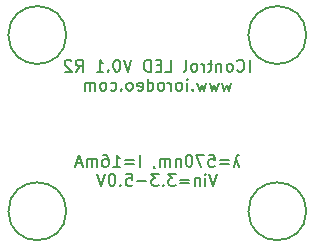
<source format=gbo>
%TF.GenerationSoftware,KiCad,Pcbnew,7.0.10-7.0.10~ubuntu22.04.1*%
%TF.CreationDate,2024-03-15T17:51:27-07:00*%
%TF.ProjectId,570nm_16mA,3537306e-6d5f-4313-966d-412e6b696361,rev?*%
%TF.SameCoordinates,Original*%
%TF.FileFunction,Legend,Bot*%
%TF.FilePolarity,Positive*%
%FSLAX46Y46*%
G04 Gerber Fmt 4.6, Leading zero omitted, Abs format (unit mm)*
G04 Created by KiCad (PCBNEW 7.0.10-7.0.10~ubuntu22.04.1) date 2024-03-15 17:51:27*
%MOMM*%
%LPD*%
G01*
G04 APERTURE LIST*
%ADD10C,0.150000*%
G04 APERTURE END LIST*
D10*
X70509524Y-55634819D02*
X70509524Y-54634819D01*
X69461906Y-55539580D02*
X69509525Y-55587200D01*
X69509525Y-55587200D02*
X69652382Y-55634819D01*
X69652382Y-55634819D02*
X69747620Y-55634819D01*
X69747620Y-55634819D02*
X69890477Y-55587200D01*
X69890477Y-55587200D02*
X69985715Y-55491961D01*
X69985715Y-55491961D02*
X70033334Y-55396723D01*
X70033334Y-55396723D02*
X70080953Y-55206247D01*
X70080953Y-55206247D02*
X70080953Y-55063390D01*
X70080953Y-55063390D02*
X70033334Y-54872914D01*
X70033334Y-54872914D02*
X69985715Y-54777676D01*
X69985715Y-54777676D02*
X69890477Y-54682438D01*
X69890477Y-54682438D02*
X69747620Y-54634819D01*
X69747620Y-54634819D02*
X69652382Y-54634819D01*
X69652382Y-54634819D02*
X69509525Y-54682438D01*
X69509525Y-54682438D02*
X69461906Y-54730057D01*
X68890477Y-55634819D02*
X68985715Y-55587200D01*
X68985715Y-55587200D02*
X69033334Y-55539580D01*
X69033334Y-55539580D02*
X69080953Y-55444342D01*
X69080953Y-55444342D02*
X69080953Y-55158628D01*
X69080953Y-55158628D02*
X69033334Y-55063390D01*
X69033334Y-55063390D02*
X68985715Y-55015771D01*
X68985715Y-55015771D02*
X68890477Y-54968152D01*
X68890477Y-54968152D02*
X68747620Y-54968152D01*
X68747620Y-54968152D02*
X68652382Y-55015771D01*
X68652382Y-55015771D02*
X68604763Y-55063390D01*
X68604763Y-55063390D02*
X68557144Y-55158628D01*
X68557144Y-55158628D02*
X68557144Y-55444342D01*
X68557144Y-55444342D02*
X68604763Y-55539580D01*
X68604763Y-55539580D02*
X68652382Y-55587200D01*
X68652382Y-55587200D02*
X68747620Y-55634819D01*
X68747620Y-55634819D02*
X68890477Y-55634819D01*
X68128572Y-54968152D02*
X68128572Y-55634819D01*
X68128572Y-55063390D02*
X68080953Y-55015771D01*
X68080953Y-55015771D02*
X67985715Y-54968152D01*
X67985715Y-54968152D02*
X67842858Y-54968152D01*
X67842858Y-54968152D02*
X67747620Y-55015771D01*
X67747620Y-55015771D02*
X67700001Y-55111009D01*
X67700001Y-55111009D02*
X67700001Y-55634819D01*
X67366667Y-54968152D02*
X66985715Y-54968152D01*
X67223810Y-54634819D02*
X67223810Y-55491961D01*
X67223810Y-55491961D02*
X67176191Y-55587200D01*
X67176191Y-55587200D02*
X67080953Y-55634819D01*
X67080953Y-55634819D02*
X66985715Y-55634819D01*
X66652381Y-55634819D02*
X66652381Y-54968152D01*
X66652381Y-55158628D02*
X66604762Y-55063390D01*
X66604762Y-55063390D02*
X66557143Y-55015771D01*
X66557143Y-55015771D02*
X66461905Y-54968152D01*
X66461905Y-54968152D02*
X66366667Y-54968152D01*
X65890476Y-55634819D02*
X65985714Y-55587200D01*
X65985714Y-55587200D02*
X66033333Y-55539580D01*
X66033333Y-55539580D02*
X66080952Y-55444342D01*
X66080952Y-55444342D02*
X66080952Y-55158628D01*
X66080952Y-55158628D02*
X66033333Y-55063390D01*
X66033333Y-55063390D02*
X65985714Y-55015771D01*
X65985714Y-55015771D02*
X65890476Y-54968152D01*
X65890476Y-54968152D02*
X65747619Y-54968152D01*
X65747619Y-54968152D02*
X65652381Y-55015771D01*
X65652381Y-55015771D02*
X65604762Y-55063390D01*
X65604762Y-55063390D02*
X65557143Y-55158628D01*
X65557143Y-55158628D02*
X65557143Y-55444342D01*
X65557143Y-55444342D02*
X65604762Y-55539580D01*
X65604762Y-55539580D02*
X65652381Y-55587200D01*
X65652381Y-55587200D02*
X65747619Y-55634819D01*
X65747619Y-55634819D02*
X65890476Y-55634819D01*
X64985714Y-55634819D02*
X65080952Y-55587200D01*
X65080952Y-55587200D02*
X65128571Y-55491961D01*
X65128571Y-55491961D02*
X65128571Y-54634819D01*
X63366666Y-55634819D02*
X63842856Y-55634819D01*
X63842856Y-55634819D02*
X63842856Y-54634819D01*
X63033332Y-55111009D02*
X62699999Y-55111009D01*
X62557142Y-55634819D02*
X63033332Y-55634819D01*
X63033332Y-55634819D02*
X63033332Y-54634819D01*
X63033332Y-54634819D02*
X62557142Y-54634819D01*
X62128570Y-55634819D02*
X62128570Y-54634819D01*
X62128570Y-54634819D02*
X61890475Y-54634819D01*
X61890475Y-54634819D02*
X61747618Y-54682438D01*
X61747618Y-54682438D02*
X61652380Y-54777676D01*
X61652380Y-54777676D02*
X61604761Y-54872914D01*
X61604761Y-54872914D02*
X61557142Y-55063390D01*
X61557142Y-55063390D02*
X61557142Y-55206247D01*
X61557142Y-55206247D02*
X61604761Y-55396723D01*
X61604761Y-55396723D02*
X61652380Y-55491961D01*
X61652380Y-55491961D02*
X61747618Y-55587200D01*
X61747618Y-55587200D02*
X61890475Y-55634819D01*
X61890475Y-55634819D02*
X62128570Y-55634819D01*
X60509522Y-54634819D02*
X60176189Y-55634819D01*
X60176189Y-55634819D02*
X59842856Y-54634819D01*
X59319046Y-54634819D02*
X59223808Y-54634819D01*
X59223808Y-54634819D02*
X59128570Y-54682438D01*
X59128570Y-54682438D02*
X59080951Y-54730057D01*
X59080951Y-54730057D02*
X59033332Y-54825295D01*
X59033332Y-54825295D02*
X58985713Y-55015771D01*
X58985713Y-55015771D02*
X58985713Y-55253866D01*
X58985713Y-55253866D02*
X59033332Y-55444342D01*
X59033332Y-55444342D02*
X59080951Y-55539580D01*
X59080951Y-55539580D02*
X59128570Y-55587200D01*
X59128570Y-55587200D02*
X59223808Y-55634819D01*
X59223808Y-55634819D02*
X59319046Y-55634819D01*
X59319046Y-55634819D02*
X59414284Y-55587200D01*
X59414284Y-55587200D02*
X59461903Y-55539580D01*
X59461903Y-55539580D02*
X59509522Y-55444342D01*
X59509522Y-55444342D02*
X59557141Y-55253866D01*
X59557141Y-55253866D02*
X59557141Y-55015771D01*
X59557141Y-55015771D02*
X59509522Y-54825295D01*
X59509522Y-54825295D02*
X59461903Y-54730057D01*
X59461903Y-54730057D02*
X59414284Y-54682438D01*
X59414284Y-54682438D02*
X59319046Y-54634819D01*
X58557141Y-55539580D02*
X58509522Y-55587200D01*
X58509522Y-55587200D02*
X58557141Y-55634819D01*
X58557141Y-55634819D02*
X58604760Y-55587200D01*
X58604760Y-55587200D02*
X58557141Y-55539580D01*
X58557141Y-55539580D02*
X58557141Y-55634819D01*
X57557142Y-55634819D02*
X58128570Y-55634819D01*
X57842856Y-55634819D02*
X57842856Y-54634819D01*
X57842856Y-54634819D02*
X57938094Y-54777676D01*
X57938094Y-54777676D02*
X58033332Y-54872914D01*
X58033332Y-54872914D02*
X58128570Y-54920533D01*
X55795237Y-55634819D02*
X56128570Y-55158628D01*
X56366665Y-55634819D02*
X56366665Y-54634819D01*
X56366665Y-54634819D02*
X55985713Y-54634819D01*
X55985713Y-54634819D02*
X55890475Y-54682438D01*
X55890475Y-54682438D02*
X55842856Y-54730057D01*
X55842856Y-54730057D02*
X55795237Y-54825295D01*
X55795237Y-54825295D02*
X55795237Y-54968152D01*
X55795237Y-54968152D02*
X55842856Y-55063390D01*
X55842856Y-55063390D02*
X55890475Y-55111009D01*
X55890475Y-55111009D02*
X55985713Y-55158628D01*
X55985713Y-55158628D02*
X56366665Y-55158628D01*
X55414284Y-54730057D02*
X55366665Y-54682438D01*
X55366665Y-54682438D02*
X55271427Y-54634819D01*
X55271427Y-54634819D02*
X55033332Y-54634819D01*
X55033332Y-54634819D02*
X54938094Y-54682438D01*
X54938094Y-54682438D02*
X54890475Y-54730057D01*
X54890475Y-54730057D02*
X54842856Y-54825295D01*
X54842856Y-54825295D02*
X54842856Y-54920533D01*
X54842856Y-54920533D02*
X54890475Y-55063390D01*
X54890475Y-55063390D02*
X55461903Y-55634819D01*
X55461903Y-55634819D02*
X54842856Y-55634819D01*
X68938094Y-56578152D02*
X68747618Y-57244819D01*
X68747618Y-57244819D02*
X68557142Y-56768628D01*
X68557142Y-56768628D02*
X68366666Y-57244819D01*
X68366666Y-57244819D02*
X68176190Y-56578152D01*
X67890475Y-56578152D02*
X67699999Y-57244819D01*
X67699999Y-57244819D02*
X67509523Y-56768628D01*
X67509523Y-56768628D02*
X67319047Y-57244819D01*
X67319047Y-57244819D02*
X67128571Y-56578152D01*
X66842856Y-56578152D02*
X66652380Y-57244819D01*
X66652380Y-57244819D02*
X66461904Y-56768628D01*
X66461904Y-56768628D02*
X66271428Y-57244819D01*
X66271428Y-57244819D02*
X66080952Y-56578152D01*
X65699999Y-57149580D02*
X65652380Y-57197200D01*
X65652380Y-57197200D02*
X65699999Y-57244819D01*
X65699999Y-57244819D02*
X65747618Y-57197200D01*
X65747618Y-57197200D02*
X65699999Y-57149580D01*
X65699999Y-57149580D02*
X65699999Y-57244819D01*
X65223809Y-57244819D02*
X65223809Y-56578152D01*
X65223809Y-56244819D02*
X65271428Y-56292438D01*
X65271428Y-56292438D02*
X65223809Y-56340057D01*
X65223809Y-56340057D02*
X65176190Y-56292438D01*
X65176190Y-56292438D02*
X65223809Y-56244819D01*
X65223809Y-56244819D02*
X65223809Y-56340057D01*
X64604762Y-57244819D02*
X64700000Y-57197200D01*
X64700000Y-57197200D02*
X64747619Y-57149580D01*
X64747619Y-57149580D02*
X64795238Y-57054342D01*
X64795238Y-57054342D02*
X64795238Y-56768628D01*
X64795238Y-56768628D02*
X64747619Y-56673390D01*
X64747619Y-56673390D02*
X64700000Y-56625771D01*
X64700000Y-56625771D02*
X64604762Y-56578152D01*
X64604762Y-56578152D02*
X64461905Y-56578152D01*
X64461905Y-56578152D02*
X64366667Y-56625771D01*
X64366667Y-56625771D02*
X64319048Y-56673390D01*
X64319048Y-56673390D02*
X64271429Y-56768628D01*
X64271429Y-56768628D02*
X64271429Y-57054342D01*
X64271429Y-57054342D02*
X64319048Y-57149580D01*
X64319048Y-57149580D02*
X64366667Y-57197200D01*
X64366667Y-57197200D02*
X64461905Y-57244819D01*
X64461905Y-57244819D02*
X64604762Y-57244819D01*
X63842857Y-57244819D02*
X63842857Y-56578152D01*
X63842857Y-56768628D02*
X63795238Y-56673390D01*
X63795238Y-56673390D02*
X63747619Y-56625771D01*
X63747619Y-56625771D02*
X63652381Y-56578152D01*
X63652381Y-56578152D02*
X63557143Y-56578152D01*
X63080952Y-57244819D02*
X63176190Y-57197200D01*
X63176190Y-57197200D02*
X63223809Y-57149580D01*
X63223809Y-57149580D02*
X63271428Y-57054342D01*
X63271428Y-57054342D02*
X63271428Y-56768628D01*
X63271428Y-56768628D02*
X63223809Y-56673390D01*
X63223809Y-56673390D02*
X63176190Y-56625771D01*
X63176190Y-56625771D02*
X63080952Y-56578152D01*
X63080952Y-56578152D02*
X62938095Y-56578152D01*
X62938095Y-56578152D02*
X62842857Y-56625771D01*
X62842857Y-56625771D02*
X62795238Y-56673390D01*
X62795238Y-56673390D02*
X62747619Y-56768628D01*
X62747619Y-56768628D02*
X62747619Y-57054342D01*
X62747619Y-57054342D02*
X62795238Y-57149580D01*
X62795238Y-57149580D02*
X62842857Y-57197200D01*
X62842857Y-57197200D02*
X62938095Y-57244819D01*
X62938095Y-57244819D02*
X63080952Y-57244819D01*
X61890476Y-57244819D02*
X61890476Y-56244819D01*
X61890476Y-57197200D02*
X61985714Y-57244819D01*
X61985714Y-57244819D02*
X62176190Y-57244819D01*
X62176190Y-57244819D02*
X62271428Y-57197200D01*
X62271428Y-57197200D02*
X62319047Y-57149580D01*
X62319047Y-57149580D02*
X62366666Y-57054342D01*
X62366666Y-57054342D02*
X62366666Y-56768628D01*
X62366666Y-56768628D02*
X62319047Y-56673390D01*
X62319047Y-56673390D02*
X62271428Y-56625771D01*
X62271428Y-56625771D02*
X62176190Y-56578152D01*
X62176190Y-56578152D02*
X61985714Y-56578152D01*
X61985714Y-56578152D02*
X61890476Y-56625771D01*
X61033333Y-57197200D02*
X61128571Y-57244819D01*
X61128571Y-57244819D02*
X61319047Y-57244819D01*
X61319047Y-57244819D02*
X61414285Y-57197200D01*
X61414285Y-57197200D02*
X61461904Y-57101961D01*
X61461904Y-57101961D02*
X61461904Y-56721009D01*
X61461904Y-56721009D02*
X61414285Y-56625771D01*
X61414285Y-56625771D02*
X61319047Y-56578152D01*
X61319047Y-56578152D02*
X61128571Y-56578152D01*
X61128571Y-56578152D02*
X61033333Y-56625771D01*
X61033333Y-56625771D02*
X60985714Y-56721009D01*
X60985714Y-56721009D02*
X60985714Y-56816247D01*
X60985714Y-56816247D02*
X61461904Y-56911485D01*
X60414285Y-57244819D02*
X60509523Y-57197200D01*
X60509523Y-57197200D02*
X60557142Y-57149580D01*
X60557142Y-57149580D02*
X60604761Y-57054342D01*
X60604761Y-57054342D02*
X60604761Y-56768628D01*
X60604761Y-56768628D02*
X60557142Y-56673390D01*
X60557142Y-56673390D02*
X60509523Y-56625771D01*
X60509523Y-56625771D02*
X60414285Y-56578152D01*
X60414285Y-56578152D02*
X60271428Y-56578152D01*
X60271428Y-56578152D02*
X60176190Y-56625771D01*
X60176190Y-56625771D02*
X60128571Y-56673390D01*
X60128571Y-56673390D02*
X60080952Y-56768628D01*
X60080952Y-56768628D02*
X60080952Y-57054342D01*
X60080952Y-57054342D02*
X60128571Y-57149580D01*
X60128571Y-57149580D02*
X60176190Y-57197200D01*
X60176190Y-57197200D02*
X60271428Y-57244819D01*
X60271428Y-57244819D02*
X60414285Y-57244819D01*
X59652380Y-57149580D02*
X59604761Y-57197200D01*
X59604761Y-57197200D02*
X59652380Y-57244819D01*
X59652380Y-57244819D02*
X59699999Y-57197200D01*
X59699999Y-57197200D02*
X59652380Y-57149580D01*
X59652380Y-57149580D02*
X59652380Y-57244819D01*
X58747619Y-57197200D02*
X58842857Y-57244819D01*
X58842857Y-57244819D02*
X59033333Y-57244819D01*
X59033333Y-57244819D02*
X59128571Y-57197200D01*
X59128571Y-57197200D02*
X59176190Y-57149580D01*
X59176190Y-57149580D02*
X59223809Y-57054342D01*
X59223809Y-57054342D02*
X59223809Y-56768628D01*
X59223809Y-56768628D02*
X59176190Y-56673390D01*
X59176190Y-56673390D02*
X59128571Y-56625771D01*
X59128571Y-56625771D02*
X59033333Y-56578152D01*
X59033333Y-56578152D02*
X58842857Y-56578152D01*
X58842857Y-56578152D02*
X58747619Y-56625771D01*
X58176190Y-57244819D02*
X58271428Y-57197200D01*
X58271428Y-57197200D02*
X58319047Y-57149580D01*
X58319047Y-57149580D02*
X58366666Y-57054342D01*
X58366666Y-57054342D02*
X58366666Y-56768628D01*
X58366666Y-56768628D02*
X58319047Y-56673390D01*
X58319047Y-56673390D02*
X58271428Y-56625771D01*
X58271428Y-56625771D02*
X58176190Y-56578152D01*
X58176190Y-56578152D02*
X58033333Y-56578152D01*
X58033333Y-56578152D02*
X57938095Y-56625771D01*
X57938095Y-56625771D02*
X57890476Y-56673390D01*
X57890476Y-56673390D02*
X57842857Y-56768628D01*
X57842857Y-56768628D02*
X57842857Y-57054342D01*
X57842857Y-57054342D02*
X57890476Y-57149580D01*
X57890476Y-57149580D02*
X57938095Y-57197200D01*
X57938095Y-57197200D02*
X58033333Y-57244819D01*
X58033333Y-57244819D02*
X58176190Y-57244819D01*
X57414285Y-57244819D02*
X57414285Y-56578152D01*
X57414285Y-56673390D02*
X57366666Y-56625771D01*
X57366666Y-56625771D02*
X57271428Y-56578152D01*
X57271428Y-56578152D02*
X57128571Y-56578152D01*
X57128571Y-56578152D02*
X57033333Y-56625771D01*
X57033333Y-56625771D02*
X56985714Y-56721009D01*
X56985714Y-56721009D02*
X56985714Y-57244819D01*
X56985714Y-56721009D02*
X56938095Y-56625771D01*
X56938095Y-56625771D02*
X56842857Y-56578152D01*
X56842857Y-56578152D02*
X56700000Y-56578152D01*
X56700000Y-56578152D02*
X56604761Y-56625771D01*
X56604761Y-56625771D02*
X56557142Y-56721009D01*
X56557142Y-56721009D02*
X56557142Y-57244819D01*
X69390475Y-63018152D02*
X69628570Y-63684819D01*
X69628570Y-62684819D02*
X69533332Y-62684819D01*
X69533332Y-62684819D02*
X69485713Y-62732438D01*
X69485713Y-62732438D02*
X69390475Y-63018152D01*
X69390475Y-63018152D02*
X69152380Y-63684819D01*
X68771427Y-63161009D02*
X68009523Y-63161009D01*
X68009523Y-63446723D02*
X68771427Y-63446723D01*
X67057142Y-62684819D02*
X67533332Y-62684819D01*
X67533332Y-62684819D02*
X67580951Y-63161009D01*
X67580951Y-63161009D02*
X67533332Y-63113390D01*
X67533332Y-63113390D02*
X67438094Y-63065771D01*
X67438094Y-63065771D02*
X67199999Y-63065771D01*
X67199999Y-63065771D02*
X67104761Y-63113390D01*
X67104761Y-63113390D02*
X67057142Y-63161009D01*
X67057142Y-63161009D02*
X67009523Y-63256247D01*
X67009523Y-63256247D02*
X67009523Y-63494342D01*
X67009523Y-63494342D02*
X67057142Y-63589580D01*
X67057142Y-63589580D02*
X67104761Y-63637200D01*
X67104761Y-63637200D02*
X67199999Y-63684819D01*
X67199999Y-63684819D02*
X67438094Y-63684819D01*
X67438094Y-63684819D02*
X67533332Y-63637200D01*
X67533332Y-63637200D02*
X67580951Y-63589580D01*
X66676189Y-62684819D02*
X66009523Y-62684819D01*
X66009523Y-62684819D02*
X66438094Y-63684819D01*
X65438094Y-62684819D02*
X65342856Y-62684819D01*
X65342856Y-62684819D02*
X65247618Y-62732438D01*
X65247618Y-62732438D02*
X65199999Y-62780057D01*
X65199999Y-62780057D02*
X65152380Y-62875295D01*
X65152380Y-62875295D02*
X65104761Y-63065771D01*
X65104761Y-63065771D02*
X65104761Y-63303866D01*
X65104761Y-63303866D02*
X65152380Y-63494342D01*
X65152380Y-63494342D02*
X65199999Y-63589580D01*
X65199999Y-63589580D02*
X65247618Y-63637200D01*
X65247618Y-63637200D02*
X65342856Y-63684819D01*
X65342856Y-63684819D02*
X65438094Y-63684819D01*
X65438094Y-63684819D02*
X65533332Y-63637200D01*
X65533332Y-63637200D02*
X65580951Y-63589580D01*
X65580951Y-63589580D02*
X65628570Y-63494342D01*
X65628570Y-63494342D02*
X65676189Y-63303866D01*
X65676189Y-63303866D02*
X65676189Y-63065771D01*
X65676189Y-63065771D02*
X65628570Y-62875295D01*
X65628570Y-62875295D02*
X65580951Y-62780057D01*
X65580951Y-62780057D02*
X65533332Y-62732438D01*
X65533332Y-62732438D02*
X65438094Y-62684819D01*
X64676189Y-63018152D02*
X64676189Y-63684819D01*
X64676189Y-63113390D02*
X64628570Y-63065771D01*
X64628570Y-63065771D02*
X64533332Y-63018152D01*
X64533332Y-63018152D02*
X64390475Y-63018152D01*
X64390475Y-63018152D02*
X64295237Y-63065771D01*
X64295237Y-63065771D02*
X64247618Y-63161009D01*
X64247618Y-63161009D02*
X64247618Y-63684819D01*
X63771427Y-63684819D02*
X63771427Y-63018152D01*
X63771427Y-63113390D02*
X63723808Y-63065771D01*
X63723808Y-63065771D02*
X63628570Y-63018152D01*
X63628570Y-63018152D02*
X63485713Y-63018152D01*
X63485713Y-63018152D02*
X63390475Y-63065771D01*
X63390475Y-63065771D02*
X63342856Y-63161009D01*
X63342856Y-63161009D02*
X63342856Y-63684819D01*
X63342856Y-63161009D02*
X63295237Y-63065771D01*
X63295237Y-63065771D02*
X63199999Y-63018152D01*
X63199999Y-63018152D02*
X63057142Y-63018152D01*
X63057142Y-63018152D02*
X62961903Y-63065771D01*
X62961903Y-63065771D02*
X62914284Y-63161009D01*
X62914284Y-63161009D02*
X62914284Y-63684819D01*
X62390475Y-63637200D02*
X62390475Y-63684819D01*
X62390475Y-63684819D02*
X62438094Y-63780057D01*
X62438094Y-63780057D02*
X62485713Y-63827676D01*
X61199999Y-63684819D02*
X61199999Y-62684819D01*
X60723809Y-63161009D02*
X59961905Y-63161009D01*
X59961905Y-63446723D02*
X60723809Y-63446723D01*
X58961905Y-63684819D02*
X59533333Y-63684819D01*
X59247619Y-63684819D02*
X59247619Y-62684819D01*
X59247619Y-62684819D02*
X59342857Y-62827676D01*
X59342857Y-62827676D02*
X59438095Y-62922914D01*
X59438095Y-62922914D02*
X59533333Y-62970533D01*
X58104762Y-62684819D02*
X58295238Y-62684819D01*
X58295238Y-62684819D02*
X58390476Y-62732438D01*
X58390476Y-62732438D02*
X58438095Y-62780057D01*
X58438095Y-62780057D02*
X58533333Y-62922914D01*
X58533333Y-62922914D02*
X58580952Y-63113390D01*
X58580952Y-63113390D02*
X58580952Y-63494342D01*
X58580952Y-63494342D02*
X58533333Y-63589580D01*
X58533333Y-63589580D02*
X58485714Y-63637200D01*
X58485714Y-63637200D02*
X58390476Y-63684819D01*
X58390476Y-63684819D02*
X58200000Y-63684819D01*
X58200000Y-63684819D02*
X58104762Y-63637200D01*
X58104762Y-63637200D02*
X58057143Y-63589580D01*
X58057143Y-63589580D02*
X58009524Y-63494342D01*
X58009524Y-63494342D02*
X58009524Y-63256247D01*
X58009524Y-63256247D02*
X58057143Y-63161009D01*
X58057143Y-63161009D02*
X58104762Y-63113390D01*
X58104762Y-63113390D02*
X58200000Y-63065771D01*
X58200000Y-63065771D02*
X58390476Y-63065771D01*
X58390476Y-63065771D02*
X58485714Y-63113390D01*
X58485714Y-63113390D02*
X58533333Y-63161009D01*
X58533333Y-63161009D02*
X58580952Y-63256247D01*
X57580952Y-63684819D02*
X57580952Y-63018152D01*
X57580952Y-63113390D02*
X57533333Y-63065771D01*
X57533333Y-63065771D02*
X57438095Y-63018152D01*
X57438095Y-63018152D02*
X57295238Y-63018152D01*
X57295238Y-63018152D02*
X57200000Y-63065771D01*
X57200000Y-63065771D02*
X57152381Y-63161009D01*
X57152381Y-63161009D02*
X57152381Y-63684819D01*
X57152381Y-63161009D02*
X57104762Y-63065771D01*
X57104762Y-63065771D02*
X57009524Y-63018152D01*
X57009524Y-63018152D02*
X56866667Y-63018152D01*
X56866667Y-63018152D02*
X56771428Y-63065771D01*
X56771428Y-63065771D02*
X56723809Y-63161009D01*
X56723809Y-63161009D02*
X56723809Y-63684819D01*
X56295238Y-63399104D02*
X55819048Y-63399104D01*
X56390476Y-63684819D02*
X56057143Y-62684819D01*
X56057143Y-62684819D02*
X55723810Y-63684819D01*
X67771427Y-64294819D02*
X67438094Y-65294819D01*
X67438094Y-65294819D02*
X67104761Y-64294819D01*
X66771427Y-65294819D02*
X66771427Y-64628152D01*
X66771427Y-64294819D02*
X66819046Y-64342438D01*
X66819046Y-64342438D02*
X66771427Y-64390057D01*
X66771427Y-64390057D02*
X66723808Y-64342438D01*
X66723808Y-64342438D02*
X66771427Y-64294819D01*
X66771427Y-64294819D02*
X66771427Y-64390057D01*
X66295237Y-64628152D02*
X66295237Y-65294819D01*
X66295237Y-64723390D02*
X66247618Y-64675771D01*
X66247618Y-64675771D02*
X66152380Y-64628152D01*
X66152380Y-64628152D02*
X66009523Y-64628152D01*
X66009523Y-64628152D02*
X65914285Y-64675771D01*
X65914285Y-64675771D02*
X65866666Y-64771009D01*
X65866666Y-64771009D02*
X65866666Y-65294819D01*
X65390475Y-64771009D02*
X64628571Y-64771009D01*
X64628571Y-65056723D02*
X65390475Y-65056723D01*
X64247618Y-64294819D02*
X63628571Y-64294819D01*
X63628571Y-64294819D02*
X63961904Y-64675771D01*
X63961904Y-64675771D02*
X63819047Y-64675771D01*
X63819047Y-64675771D02*
X63723809Y-64723390D01*
X63723809Y-64723390D02*
X63676190Y-64771009D01*
X63676190Y-64771009D02*
X63628571Y-64866247D01*
X63628571Y-64866247D02*
X63628571Y-65104342D01*
X63628571Y-65104342D02*
X63676190Y-65199580D01*
X63676190Y-65199580D02*
X63723809Y-65247200D01*
X63723809Y-65247200D02*
X63819047Y-65294819D01*
X63819047Y-65294819D02*
X64104761Y-65294819D01*
X64104761Y-65294819D02*
X64199999Y-65247200D01*
X64199999Y-65247200D02*
X64247618Y-65199580D01*
X63199999Y-65199580D02*
X63152380Y-65247200D01*
X63152380Y-65247200D02*
X63199999Y-65294819D01*
X63199999Y-65294819D02*
X63247618Y-65247200D01*
X63247618Y-65247200D02*
X63199999Y-65199580D01*
X63199999Y-65199580D02*
X63199999Y-65294819D01*
X62819047Y-64294819D02*
X62200000Y-64294819D01*
X62200000Y-64294819D02*
X62533333Y-64675771D01*
X62533333Y-64675771D02*
X62390476Y-64675771D01*
X62390476Y-64675771D02*
X62295238Y-64723390D01*
X62295238Y-64723390D02*
X62247619Y-64771009D01*
X62247619Y-64771009D02*
X62200000Y-64866247D01*
X62200000Y-64866247D02*
X62200000Y-65104342D01*
X62200000Y-65104342D02*
X62247619Y-65199580D01*
X62247619Y-65199580D02*
X62295238Y-65247200D01*
X62295238Y-65247200D02*
X62390476Y-65294819D01*
X62390476Y-65294819D02*
X62676190Y-65294819D01*
X62676190Y-65294819D02*
X62771428Y-65247200D01*
X62771428Y-65247200D02*
X62819047Y-65199580D01*
X61771428Y-64913866D02*
X61009524Y-64913866D01*
X60057143Y-64294819D02*
X60533333Y-64294819D01*
X60533333Y-64294819D02*
X60580952Y-64771009D01*
X60580952Y-64771009D02*
X60533333Y-64723390D01*
X60533333Y-64723390D02*
X60438095Y-64675771D01*
X60438095Y-64675771D02*
X60200000Y-64675771D01*
X60200000Y-64675771D02*
X60104762Y-64723390D01*
X60104762Y-64723390D02*
X60057143Y-64771009D01*
X60057143Y-64771009D02*
X60009524Y-64866247D01*
X60009524Y-64866247D02*
X60009524Y-65104342D01*
X60009524Y-65104342D02*
X60057143Y-65199580D01*
X60057143Y-65199580D02*
X60104762Y-65247200D01*
X60104762Y-65247200D02*
X60200000Y-65294819D01*
X60200000Y-65294819D02*
X60438095Y-65294819D01*
X60438095Y-65294819D02*
X60533333Y-65247200D01*
X60533333Y-65247200D02*
X60580952Y-65199580D01*
X59580952Y-65199580D02*
X59533333Y-65247200D01*
X59533333Y-65247200D02*
X59580952Y-65294819D01*
X59580952Y-65294819D02*
X59628571Y-65247200D01*
X59628571Y-65247200D02*
X59580952Y-65199580D01*
X59580952Y-65199580D02*
X59580952Y-65294819D01*
X58914286Y-64294819D02*
X58819048Y-64294819D01*
X58819048Y-64294819D02*
X58723810Y-64342438D01*
X58723810Y-64342438D02*
X58676191Y-64390057D01*
X58676191Y-64390057D02*
X58628572Y-64485295D01*
X58628572Y-64485295D02*
X58580953Y-64675771D01*
X58580953Y-64675771D02*
X58580953Y-64913866D01*
X58580953Y-64913866D02*
X58628572Y-65104342D01*
X58628572Y-65104342D02*
X58676191Y-65199580D01*
X58676191Y-65199580D02*
X58723810Y-65247200D01*
X58723810Y-65247200D02*
X58819048Y-65294819D01*
X58819048Y-65294819D02*
X58914286Y-65294819D01*
X58914286Y-65294819D02*
X59009524Y-65247200D01*
X59009524Y-65247200D02*
X59057143Y-65199580D01*
X59057143Y-65199580D02*
X59104762Y-65104342D01*
X59104762Y-65104342D02*
X59152381Y-64913866D01*
X59152381Y-64913866D02*
X59152381Y-64675771D01*
X59152381Y-64675771D02*
X59104762Y-64485295D01*
X59104762Y-64485295D02*
X59057143Y-64390057D01*
X59057143Y-64390057D02*
X59009524Y-64342438D01*
X59009524Y-64342438D02*
X58914286Y-64294819D01*
X58295238Y-64294819D02*
X57961905Y-65294819D01*
X57961905Y-65294819D02*
X57628572Y-64294819D01*
%TO.C,M1*%
X54990000Y-52540000D02*
G75*
G03*
X50090000Y-52540000I-2450000J0D01*
G01*
X50090000Y-52540000D02*
G75*
G03*
X54990000Y-52540000I2450000J0D01*
G01*
%TO.C,M2*%
X75310000Y-52540000D02*
G75*
G03*
X70410000Y-52540000I-2450000J0D01*
G01*
X70410000Y-52540000D02*
G75*
G03*
X75310000Y-52540000I2450000J0D01*
G01*
%TO.C,M3*%
X75310000Y-67460000D02*
G75*
G03*
X70410000Y-67460000I-2450000J0D01*
G01*
X70410000Y-67460000D02*
G75*
G03*
X75310000Y-67460000I2450000J0D01*
G01*
%TO.C,M4*%
X54990000Y-67460000D02*
G75*
G03*
X50090000Y-67460000I-2450000J0D01*
G01*
X50090000Y-67460000D02*
G75*
G03*
X54990000Y-67460000I2450000J0D01*
G01*
%TD*%
M02*

</source>
